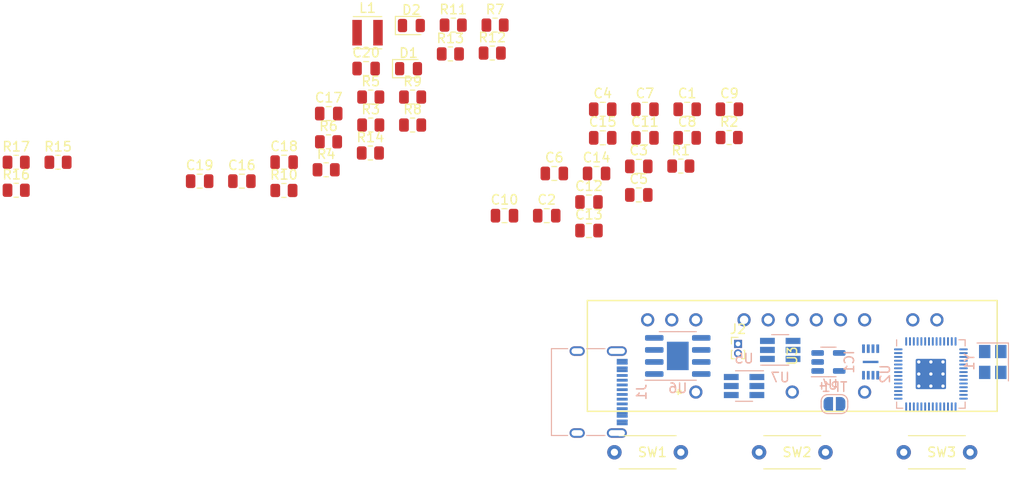
<source format=kicad_pcb>
(kicad_pcb (version 20211014) (generator pcbnew)
  (layers (0 "F.Cu" signal) (1 "In1.Cu" power) (2 "In2.Cu" power) (31 "B.Cu" signal) (34 "B.Paste" user) (35 "F.Paste" user) (36 "B.SilkS" user "B.Silkscreen") (37 "F.SilkS" user "F.Silkscreen") (38 "B.Mask" user) (39 "F.Mask" user) (44 "Edge.Cuts" user))
  (net 0 "")
  (net 1 "Earth")
  (net 2 "Net-(C1-Pad2)")
  (net 3 "+3V3")
  (net 4 "Net-(C14-Pad1)")
  (net 5 "Net-(C15-Pad1)")
  (net 6 "Net-(R1-Pad1)")
  (net 7 "Net-(R2-Pad1)")
  (net 35 "BAT+")
  (net 36 "Net-(C16-Pad2)")
  (net 37 "Net-(C18-Pad1)")
  (net 38 "BAT-")
  (net 39 "VBUS")
  (net 40 "Net-(D1-Pad1)")
  (net 41 "Net-(D2-Pad1)")
  (net 42 "Net-(J1-PadA5)")
  (net 43 "D+")
  (net 44 "D-")
  (net 46 "Net-(J1-PadB5)")
  (net 49 "Net-(L1-Pad1)")
  (net 50 "Net-(U2-Pad47)")
  (net 51 "Net-(U2-Pad46)")
  (net 52 "Net-(R7-Pad2)")
  (net 53 "Net-(R10-Pad2)")
  (net 54 "Net-(R11-Pad1)")
  (net 55 "Net-(R12-Pad2)")
  (net 56 "Net-(R13-Pad2)")
  (net 57 "/OC")
  (net 58 "/G2")
  (net 59 "DISP_EN")
  (net 60 "DISP_CLOCK")
  (net 61 "DISP_RS")
  (net 62 "DISP_DATA")
  (net 63 "DISP_RESET")
  (net 64 "/G1")
  (net 68 "Net-(U2-Pad7)")
  (net 69 "Net-(U2-Pad8)")
  (net 70 "Net-(U2-Pad9)")
  (net 71 "Net-(U2-Pad51)")
  (net 72 "Net-(U2-Pad52)")
  (net 73 "Net-(U2-Pad53)")
  (net 74 "Net-(U2-Pad54)")
  (net 75 "Net-(U2-Pad55)")
  (footprint "Capacitor_SMD:C_0805_2012Metric" (layer "F.Cu") (at -24.715 -17.945)
    (fp_text reference "C17" (at 0 -1.68) (layer "F.SilkS"))
    (fp_text value "10uf")
    (fp_line (start -0.261252 0.735) (end 0.261252 0.735) (layer "F.SilkS") (width 0.12))
    (fp_line (start -0.261252 -0.735) (end 0.261252 -0.735) (layer "F.SilkS") (width 0.12))
    (pad "1" smd roundrect (at -0.95 0) (size 1 1.45) (layers "F.Cu" "F.Paste" "F.Mask") (net 3 "+3V3"))
    (pad "2" smd roundrect (at 0.95 0) (size 1 1.45) (layers "F.Cu" "F.Paste" "F.Mask") (net 1 "Earth"))
  )
  (footprint "Resistor_SMD:R_0805_2012Metric" (layer "F.Cu") (at -7.485 -24.325)
    (fp_text reference "R12" (at 0 -1.65) (layer "F.SilkS"))
    (fp_text value "1k")
    (fp_line (start -0.227064 0.735) (end 0.227064 0.735) (layer "F.SilkS") (width 0.12))
    (fp_line (start -0.227064 -0.735) (end 0.227064 -0.735) (layer "F.SilkS") (width 0.12))
    (pad "1" smd roundrect (at -0.9125 0) (size 1.025 1.4) (layers "F.Cu" "F.Paste" "F.Mask") (roundrect_rratio 0.243902) (net 41 "Net-(D2-Pad1)"))
    (pad "2" smd roundrect (at 0.9125 0) (size 1.025 1.4) (layers "F.Cu" "F.Paste" "F.Mask") (roundrect_rratio 0.243902) (net 55 "Net-(R12-Pad2)"))
  )
  (footprint "Connector_PinHeader_1.00mm:PinHeader_1x02_P1.00mm_Vertical" (layer "F.Cu") (at 18.415 6.35)
    (fp_text reference "J2" (at 0 -1.56) (layer "F.SilkS"))
    (fp_text value "Conn_01x02_Female")
    (fp_line (start -0.695 0) (end -0.695 -0.685) (layer "F.SilkS") (width 0.12))
    (fp_line (start -0.695 -0.685) (end 0 -0.685) (layer "F.SilkS") (width 0.12))
    (fp_line (start -0.695 0.685) (end -0.608276 0.685) (layer "F.SilkS") (width 0.12))
    (fp_line (start 0.394493 1.56) (end 0.695 1.56) (layer "F.SilkS") (width 0.12))
    (fp_line (start -0.695 1.56) (end -0.394493 1.56) (layer "F.SilkS") (width 0.12))
    (fp_line (start -0.695 0.685) (end -0.695 1.56) (layer "F.SilkS") (width 0.12))
    (fp_line (start 0.608276 0.685) (end 0.695 0.685) (layer "F.SilkS") (width 0.12))
    (fp_line (start 0.695 0.685) (end 0.695 1.56) (layer "F.SilkS") (width 0.12))
    (pad "1" thru_hole rect (at 0 0) (size 0.85 0.85) (drill 0.5) (layers *.Cu *.Mask) (net 35 "BAT+"))
    (pad "2" thru_hole oval (at 0 1) (size 0.85 0.85) (drill 0.5) (layers *.Cu *.Mask) (net 38 "BAT-"))
  )
  (footprint "Inductor_SMD:L_Neosid_SMS-ME3015" (layer "F.Cu") (at -20.625 -26.475)
    (fp_text reference "L1" (at 0 -2.6) (layer "F.SilkS"))
    (fp_text value "47uh")
    (fp_line (start 1.5 -1.7) (end -1.5 -1.7) (layer "F.SilkS") (width 0.12))
    (fp_line (start 1.5 1.7) (end -1.5 1.7) (layer "F.SilkS") (width 0.12))
    (pad "1" smd rect (at -1.1 0) (size 1 2.7) (layers "F.Cu" "F.Paste" "F.Mask") (net 49 "Net-(L1-Pad1)"))
    (pad "2" smd rect (at 1.1 0) (size 1 2.7) (layers "F.Cu" "F.Paste" "F.Mask") (net 3 "+3V3"))
  )
  (footprint "Capacitor_SMD:C_0805_2012Metric" (layer "F.Cu") (at -20.775 -22.695)
    (fp_text reference "C20" (at 0 -1.68) (layer "F.SilkS"))
    (fp_text value "0.1uF")
    (fp_line (start -0.261252 0.735) (end 0.261252 0.735) (layer "F.SilkS") (width 0.12))
    (fp_line (start -0.261252 -0.735) (end 0.261252 -0.735) (layer "F.SilkS") (width 0.12))
    (pad "1" smd roundrect (at -0.95 0) (size 1 1.45) (layers "F.Cu" "F.Paste" "F.Mask") (net 39 "VBUS"))
    (pad "2" smd roundrect (at 0.95 0) (size 1 1.45) (layers "F.Cu" "F.Paste" "F.Mask") (net 1 "Earth"))
  )
  (footprint "Button_Switch_THT:6MM_slim_pushbutton" (layer "F.Cu") (at 24.13 17.78)
    (fp_text reference "SW2" (at 0.5 0 unlocked) (layer "F.SilkS"))
    (fp_text value "SW_Push")
    (fp_line (start -3 -1.75) (end 3 -1.75) (layer "F.SilkS") (width 0.12))
    (fp_line (start -3 1.75) (end 3 1.75) (layer "F.SilkS") (width 0.12))
    (pad "1" thru_hole circle (at -3.5 0) (size 1.524 1.524) (drill 0.762) (layers *.Cu *.Mask) (net 69 "Net-(U2-Pad8)"))
    (pad "2" thru_hole circle (at 3.5 0) (size 1.524 1.524) (drill 0.762) (layers *.Cu *.Mask) (net 3 "+3V3"))
  )
  (footprint "Capacitor_SMD:C_0805_2012Metric" (layer "F.Cu") (at 8.607 -18.395)
    (fp_text reference "C7" (at 0 -1.68) (layer "F.SilkS"))
    (fp_text value "0.1u")
    (fp_line (start -0.261252 -0.735) (end 0.261252 -0.735) (layer "F.SilkS") (width 0.12))
    (fp_line (start -0.261252 0.735) (end 0.261252 0.735) (layer "F.SilkS") (width 0.12))
    (pad "1" smd roundrect (at -0.95 0) (size 1 1.45) (layers "F.Cu" "F.Paste" "F.Mask") (net 1 "Earth"))
    (pad "2" smd roundrect (at 0.95 0) (size 1 1.45) (layers "F.Cu" "F.Paste" "F.Mask") (net 3 "+3V3"))
  )
  (footprint "Resistor_SMD:R_0805_2012Metric" (layer "F.Cu") (at -20.325 -13.785)
    (fp_text reference "R14" (at 0 -1.65) (layer "F.SilkS"))
    (fp_text value "0R")
    (fp_line (start -0.227064 0.735) (end 0.227064 0.735) (layer "F.SilkS") (width 0.12))
    (fp_line (start -0.227064 -0.735) (end 0.227064 -0.735) (layer "F.SilkS") (width 0.12))
    (pad "1" smd roundrect (at -0.9125 0) (size 1.025 1.4) (layers "F.Cu" "F.Paste" "F.Mask") (roundrect_rratio 0.243902) (net 57 "/OC"))
    (pad "2" smd roundrect (at 0.9125 0) (size 1.025 1.4) (layers "F.Cu" "F.Paste" "F.Mask") (roundrect_rratio 0.243902) (net 58 "/G2"))
  )
  (footprint "Capacitor_SMD:C_0805_2012Metric" (layer "F.Cu") (at 13.057 -15.385)
    (fp_text reference "C8" (at 0 -1.68) (layer "F.SilkS"))
    (fp_text value "0.1u")
    (fp_line (start -0.261252 0.735) (end 0.261252 0.735) (layer "F.SilkS") (width 0.12))
    (fp_line (start -0.261252 -0.735) (end 0.261252 -0.735) (layer "F.SilkS") (width 0.12))
    (pad "1" smd roundrect (at -0.95 0) (size 1 1.45) (layers "F.Cu" "F.Paste" "F.Mask") (net 1 "Earth"))
    (pad "2" smd roundrect (at 0.95 0) (size 1 1.45) (layers "F.Cu" "F.Paste" "F.Mask") (net 3 "+3V3"))
  )
  (footprint "Resistor_SMD:R_0805_2012Metric" (layer "F.Cu") (at 12.387 -12.405)
    (fp_text reference "R1" (at 0 -1.65) (layer "F.SilkS"))
    (fp_text value "10k")
    (fp_line (start -0.227064 -0.735) (end 0.227064 -0.735) (layer "F.SilkS") (width 0.12))
    (fp_line (start -0.227064 0.735) (end 0.227064 0.735) (layer "F.SilkS") (width 0.12))
    (pad "1" smd roundrect (at -0.9125 0) (size 1.025 1.4) (layers "F.Cu" "F.Paste" "F.Mask") (roundrect_rratio 0.243902) (net 6 "Net-(R1-Pad1)"))
    (pad "2" smd roundrect (at 0.9125 0) (size 1.025 1.4) (layers "F.Cu" "F.Paste" "F.Mask") (roundrect_rratio 0.243902) (net 3 "+3V3"))
  )
  (footprint "Capacitor_SMD:C_0805_2012Metric" (layer "F.Cu") (at 4.157 -18.395)
    (fp_text reference "C4" (at 0 -1.68) (layer "F.SilkS"))
    (fp_text value "2.2u")
    (fp_line (start -0.261252 0.735) (end 0.261252 0.735) (layer "F.SilkS") (width 0.12))
    (fp_line (start -0.261252 -0.735) (end 0.261252 -0.735) (layer "F.SilkS") (width 0.12))
    (pad "1" smd roundrect (at -0.95 0) (size 1 1.45) (layers "F.Cu" "F.Paste" "F.Mask") (net 1 "Earth"))
    (pad "2" smd roundrect (at 0.95 0) (size 1 1.45) (layers "F.Cu" "F.Paste" "F.Mask") (net 3 "+3V3"))
  )
  (footprint "Capacitor_SMD:C_0805_2012Metric" (layer "F.Cu") (at 2.707 -8.615)
    (fp_text reference "C12" (at 0 -1.68) (layer "F.SilkS"))
    (fp_text value "2.2u")
    (fp_line (start -0.261252 0.735) (end 0.261252 0.735) (layer "F.SilkS") (width 0.12))
    (fp_line (start -0.261252 -0.735) (end 0.261252 -0.735) (layer "F.SilkS") (width 0.12))
    (pad "1" smd roundrect (at -0.95 0) (size 1 1.45) (layers "F.Cu" "F.Paste" "F.Mask") (net 1 "Earth"))
    (pad "2" smd roundrect (at 0.95 0) (size 1 1.45) (layers "F.Cu" "F.Paste" "F.Mask") (net 3 "+3V3"))
  )
  (footprint "Package_DIP:DIP26_HCMS-290X-E_BRA" (layer "F.Cu") (at 13.97 11.43 90)
    (fp_text reference "U3" (at 3.81 10.16 90 unlocked) (layer "F.SilkS"))
    (fp_text value "HCMS-2975")
    (fp_text user "*" (at 0 -1.4605 90 unlocked) (layer "F.SilkS"))
    (fp_text user "*" (at 0 -1.4605 90) (layer "F.SilkS"))
    (fp_line (start -2.032 31.75) (end 9.652 31.75) (layer "F.SilkS") (width 0.1524))
    (fp_line (start 9.652 -11.43) (end -2.032 -11.43) (layer "F.SilkS") (width 0.1524))
    (fp_line (start -2.032 -11.43) (end -2.032 31.75) (layer "F.SilkS") (width 0.1524))
    (fp_line (start 9.652 31.75) (end 9.652 -11.43) (layer "F.SilkS") (width 0.1524))
    (pad "3" thru_hole circle (at 0 0 90) (size 1.397 1.397) (drill 0.889) (layers *.Cu *.Mask) (net 3 "+3V3"))
    (pad "7" thru_hole circle (at 0 10.16 90) (size 1.397 1.397) (drill 0.889) (layers *.Cu *.Mask) (net 1 "Earth"))
    (pad "10" thru_hole circle (at 0 17.78 90) (size 1.397 1.397) (drill 0.889) (layers *.Cu *.Mask) (net 3 "+3V3"))
    (pad "14" thru_hole circle (at 7.62 25.4 90) (size 1.397 1.397) (drill 0.889) (layers *.Cu *.Mask) (net 62 "DISP_DATA"))
    (pad "15" thru_hole circle (at 7.62 22.86 90) (size 1.397 1.397) (drill 0.889) (layers *.Cu *.Mask) (net 61 "DISP_RS"))
    (pad "17" thru_hole circle (at 7.62 17.78 90) (size 1.397 1.397) (drill 0.889) (layers *.Cu *.Mask) (net 60 "DISP_CLOCK"))
    (pad "18" thru_hole circle (at 7.62 15.24 90) (size 1.397 1.397) (drill 0.889) (layers *.Cu *.Mask) (net 59 "DISP_EN"))
    (pad "19" thru_hole circle (at 7.62 12.7 90) (size 1.397 1.397) (drill 0.889) (layers *.Cu *.Mask) (net 1 "Earth"))
    (pad "20" thru_hole circle (at 7.62 10.16 90) (size 1.397 1.397) (drill 0.889) (layers *.Cu *.Mask) (net 1 "Earth"))
    (pad "21" thru_hole circle (at 7.62 7.62 90) (size 1.397 1.397) (drill 0.889) (layers *.Cu *.Mask) (net 3 "+3V3"))
    (pad "22" thru_hole circle (at 7.62 5.08 90) (size 1.397 1.397) (drill 0.889) (layers *.Cu *.Mask) (net 3 "+3V3"))
    (pad "24" thru_hole circle (at 7.62 0 90) (size 1.397 1.397) (drill 0.889) (layers *.Cu *.Mask) (net 63 "DISP_RESET"))
    (pad "25" thru_hole circle (at 7.62 -2.54 90) (size 1.397 1.397) (drill 0.889) (layers *.Cu *.Mask))
    (pad "26" thru_hole circle (at 7.62 -5.08 90) (size 1.397 1.397) (drill 0.889) (layers *.Cu *.Mask))
  )
  (footprint "LED_SMD:LED_0805_2012Metric" (layer "F.Cu") (at -16.005 -27.23)
    (fp_text reference "D2" (at 0 -1.65) (layer "F.SilkS"))
    (fp_text value "GREEN")
    (fp_line (start -1.685 0.96) (end 1 0.96) (layer "F.SilkS") (width 0.12))
    (fp_line (start 1 -0.96) (end -1.685 -0.96) (layer "F.SilkS") (width 0.12))
    (fp_line (start -1.685 -0.96) (end -1.685 0.96) (layer "F.SilkS") (width 0.12))
    (pad "1" smd roundrect (at -0.9375 0) (size 0.975 1.4) (layers "F.Cu" "F.Paste" "F.Mask") (net 41 "Net-(D2-Pad1)"))
    (pad "2" smd roundrect (at 0.9375 0) (size 0.975 1.4) (layers "F.Cu" "F.Paste" "F.Mask") (net 39 "VBUS"))
  )
  (footprint "Resistor_SMD:R_0805_2012Metric" (layer "F.Cu") (at -24.985 -12.015)
    (fp_text reference "R4" (at 0 -1.65) (layer "F.SilkS"))
    (fp_text value "22R")
    (fp_line (start -0.227064 -0.735) (end 0.227064 -0.735) (layer "F.SilkS") (width 0.12))
    (fp_line (start -0.227064 0.735) (end 0.227064 0.735) (layer "F.SilkS") (width 0.12))
    (pad "1" smd roundrect (at -0.9125 0) (size 1.025 1.4) (layers "F.Cu" "F.Paste" "F.Mask") (roundrect_rratio 0.243902) (net 51 "Net-(U2-Pad46)"))
    (pad "2" smd roundrect (at 0.9125 0) (size 1.025 1.4) (layers "F.Cu" "F.Paste" "F.Mask") (roundrect_rratio 0.243902) (net 44 "D-"))
  )
  (footprint "Resistor_SMD:R_0805_2012Metric" (layer "F.Cu") (at -57.647 -9.857)
    (fp_text reference "R16" (at 0 -1.65) (layer "F.SilkS"))
    (fp_text value "5K1")
    (fp_line (start -0.227064 0.735) (end 0.227064 0.735) (layer "F.SilkS") (width 0.12))
    (fp_line (start -0.227064 -0.735) (end 0.227064 -0.735) (layer "F.SilkS") (width 0.12))
    (pad "1" smd roundrect (at -0.9125 0) (size 1.025 1.4) (layers "F.Cu" "F.Paste" "F.Mask") (roundrect_rratio 0.243902) (net 1 "Earth"))
    (pad "2" smd roundrect (at 0.9125 0) (size 1.025 1.4) (layers "F.Cu" "F.Paste" "F.Mask") (roundrect_rratio 0.243902) (net 69 "Net-(U2-Pad8)"))
  )
  (footprint "Capacitor_SMD:C_0805_2012Metric" (layer "F.Cu") (at 7.957 -9.365)
    (fp_text reference "C5" (at 0 -1.68) (layer "F.SilkS"))
    (fp_text value "0.1u")
    (fp_line (start -0.261252 -0.735) (end 0.261252 -0.735) (layer "F.SilkS") (width 0.12))
    (fp_line (start -0.261252 0.735) (end 0.261252 0.735) (layer "F.SilkS") (width 0.12))
    (pad "1" smd roundrect (at -0.95 0) (size 1 1.45) (layers "F.Cu" "F.Paste" "F.Mask") (net 1 "Earth"))
    (pad "2" smd roundrect (at 0.95 0) (size 1 1.45) (layers "F.Cu" "F.Paste" "F.Mask") (net 3 "+3V3"))
  )
  (footprint "Resistor_SMD:R_0805_2012Metric" (layer "F.Cu") (at -53.237 -12.807)
    (fp_text reference "R15" (at 0 -1.65) (layer "F.SilkS"))
    (fp_text value "5K1")
    (fp_line (start -0.227064 0.735) (end 0.227064 0.735) (layer "F.SilkS") (width 0.12))
    (fp_line (start -0.227064 -0.735) (end 0.227064 -0.735) (layer "F.SilkS") (width 0.12))
    (pad "1" smd roundrect (at -0.9125 0) (size 1.025 1.4) (layers "F.Cu" "F.Paste" "F.Mask") (roundrect_rratio 0.243902) (net 1 "Earth"))
    (pad "2" smd roundrect (at 0.9125 0) (size 1.025 1.4) (layers "F.Cu" "F.Paste" "F.Mask") (roundrect_rratio 0.243902) (net 68 "Net-(U2-Pad7)"))
  )
  (footprint "Resistor_SMD:R_0805_2012Metric" (layer "F.Cu") (at -15.875 -19.685)
    (fp_text reference "R9" (at 0 -1.65) (layer "F.SilkS"))
    (fp_text value "10k")
    (fp_line (start -0.227064 0.735) (end 0.227064 0.735) (layer "F.SilkS") (width 0.12))
    (fp_line (start -0.227064 -0.735) (end 0.227064 -0.735) (layer "F.SilkS") (width 0.12))
    (pad "1" smd roundrect (at -0.9125 0) (size 1.025 1.4) (layers "F.Cu" "F.Paste" "F.Mask") (roundrect_rratio 0.243902) (net 1 "Earth"))
    (pad "2" smd roundrect (at 0.9125 0) (size 1.025 1.4) (layers "F.Cu" "F.Paste" "F.Mask") (roundrect_rratio 0.243902) (net 52 "Net-(R7-Pad2)"))
  )
  (footprint "Capacitor_SMD:C_0805_2012Metric" (layer "F.Cu") (at -33.865 -10.815)
    (fp_text reference "C16" (at 0 -1.68) (layer "F.SilkS"))
    (fp_text value "10uf")
    (fp_line (start -0.261252 -0.735) (end 0.261252 -0.735) (layer "F.SilkS") (width 0.12))
    (fp_line (start -0.261252 0.735) (end 0.261252 0.735) (layer "F.SilkS") (width 0.12))
    (pad "1" smd roundrect (at -0.95 0) (size 1 1.45) (layers "F.Cu" "F.Paste" "F.Mask") (net 35 "BAT+"))
    (pad "2" smd roundrect (at 0.95 0) (size 1 1.45) (layers "F.Cu" "F.Paste" "F.Mask") (net 36 "Net-(C16-Pad2)"))
  )
  (footprint "Resistor_SMD:R_0805_2012Metric" (layer "F.Cu") (at -24.735 -14.965)
    (fp_text reference "R6" (at 0 -1.65) (layer "F.SilkS"))
    (fp_text value "5K1")
    (fp_line (start -0.227064 -0.735) (end 0.227064 -0.735) (layer "F.SilkS") (width 0.12))
    (fp_line (start -0.227064 0.735) (end 0.227064 0.735) (layer "F.SilkS") (width 0.12))
    (pad "1" smd roundrect (at -0.9125 0) (size 1.025 1.4) (layers "F.Cu" "F.Paste" "F.Mask") (roundrect_rratio 0.243902) (net 46 "Net-(J1-PadB5)"))
    (pad "2" smd roundrect (at 0.9125 0) (size 1.025 1.4) (layers "F.Cu" "F.Paste" "F.Mask") (roundrect_rratio 0.243902) (net 1 "Earth"))
  )
  (footprint "Capacitor_SMD:C_0805_2012Metric" (layer "F.Cu") (at 17.507 -18.395)
    (fp_text reference "C9" (at 0 -1.68) (layer "F.SilkS"))
    (fp_text value "0.1u")
    (fp_line (start -0.261252 0.735) (end 0.261252 0.735) (layer "F.SilkS") (width 0.12))
    (fp_line (start -0.261252 -0.735) (end 0.261252 -0.735) (layer "F.SilkS") (width 0.12))
    (pad "1" smd roundrect (at -0.95 0) (size 1 1.45) (layers "F.Cu" "F.Paste" "F.Mask") (net 1 "Earth"))
    (pad "2" smd roundrect (at 0.95 0) (size 1 1.45) (layers "F.Cu" "F.Paste" "F.Mask") (net 3 "+3V3"))
  )
  (footprint "Capacitor_SMD:C_0805_2012Metric" (layer "F.Cu") (at -0.943 -11.625)
    (fp_text reference "C6" (at 0 -1.68) (layer "F.SilkS"))
    (fp_text value "0.1u")
    (fp_line (start -0.261252 0.735) (end 0.261252 0.735) (layer "F.SilkS") (width 0.12))
    (fp_line (start -0.261252 -0.735) (end 0.261252 -0.735) (layer "F.SilkS") (width 0.12))
    (pad "1" smd roundrect (at -0.95 0) (size 1 1.45) (layers "F.Cu" "F.Paste" "F.Mask") (net 1 "Earth"))
    (pad "2" smd roundrect (at 0.95 0) (size 1 1.45) (layers "F.Cu" "F.Paste" "F.Mask") (net 3 "+3V3"))
  )
  (footprint "Capacitor_SMD:C_0805_2012Metric" (layer "F.Cu") (at 3.507 -11.625)
    (fp_text reference "C14" (at 0 -1.68) (layer "F.SilkS"))
    (fp_text value "15p")
    (fp_line (start -0.261252 0.735) (end 0.261252 0.735) (layer "F.SilkS") (width 0.12))
    (fp_line (start -0.261252 -0.735) (end 0.261252 -0.735) (layer "F.SilkS") (width 0.12))
    (pad "1" smd roundrect (at -0.95 0) (size 1 1.45) (layers "F.Cu" "F.Paste" "F.Mask") (net 4 "Net-(C14-Pad1)"))
    (pad "2" smd roundrect (at 0.95 0) (size 1 1.45) (layers "F.Cu" "F.Paste" "F.Mask") (net 1 "Earth"))
  )
  (footprint "Capacitor_SMD:C_0805_2012Metric" (layer "F.Cu") (at -6.193 -7.175)
    (fp_text reference "C10" (at 0 -1.68) (layer "F.SilkS"))
    (fp_text value "0.1u")
    (fp_line (start -0.261252 -0.735) (end 0.261252 -0.735) (layer "F.SilkS") (width 0.12))
    (fp_line (start -0.261252 0.735) (end 0.261252 0.735) (layer "F.SilkS") (width 0.12))
    (pad "1" smd roundrect (at -0.95 0) (size 1 1.45) (layers "F.Cu" "F.Paste" "F.Mask") (net 1 "Earth"))
    (pad "2" smd roundrect (at 0.95 0) (size 1 1.45) (layers "F.Cu" "F.Paste" "F.Mask") (net 3 "+3V3"))
  )
  (footprint "Capacitor_SMD:C_0805_2012Metric" (layer "F.Cu") (at 7.957 -12.375)
    (fp_text reference "C3" (at 0 -1.68) (layer "F.SilkS"))
    (fp_text value "2.2u")
    (fp_line (start -0.261252 -0.735) (end 0.261252 -0.735) (layer "F.SilkS") (width 0.12))
    (fp_line (start -0.261252 0.735) (end 0.261252 0.735) (layer "F.SilkS") (width 0.12))
    (pad "1" smd roundrect (at -0.95 0) (size 1 1.45) (layers "F.Cu" "F.Paste" "F.Mask") (net 1 "Earth"))
    (pad "2" smd roundrect (at 0.95 0) (size 1 1.45) (layers "F.Cu" "F.Paste" "F.Mask") (net 2 "Net-(C1-Pad2)"))
  )
  (footprint "Resistor_SMD:R_0805_2012Metric" (layer "F.Cu") (at -57.647 -12.807)
    (fp_text reference "R17" (at 0 -1.65) (layer "F.SilkS"))
    (fp_text value "5K1")
    (fp_line (start -0.227064 0.735) (end 0.227064 0.735) (layer "F.SilkS") (width 0.12))
    (fp_line (start -0.227064 -0.735) (end 0.227064 -0.735) (layer "F.SilkS") (width 0.12))
    (pad "1" smd roundrect (at -0.9125 0) (size 1.025 1.4) (layers "F.Cu" "F.Paste" "F.Mask") (roundrect_rratio 0.243902) (net 1 "Earth"))
    (pad "2" smd roundrect (at 0.9125 0) (size 1.025 1.4) (layers "F.Cu" "F.Paste" "F.Mask") (roundrect_rratio 0.243902) (net 70 "Net-(U2-Pad9)"))
  )
  (footprint "Resistor_SMD:R_0805_2012Metric" (layer "F.Cu") (at -11.895 -24.235)
    (fp_text reference "R13" (at 0 -1.65) (layer "F.SilkS"))
    (fp_text value "1k")
    (fp_line (start -0.227064 0.735) (end 0.227064 0.735) (layer "F.SilkS") (width 0.12))
    (fp_line (start -0.227064 -0.735) (end 0.227064 -0.735) (layer "F.SilkS") (width 0.12))
    (pad "1" smd roundrect (at -0.9125 0) (size 1.025 1.4) (layers "F.Cu" "F.Paste" "F.Mask") (roundrect_rratio 0.243902) (net 1 "Earth"))
    (pad "2" smd roundrect (at 0.9125 0) (size 1.025 1.4) (layers "F.Cu" "F.Paste" "F.Mask") (roundrect_rratio 0.243902) (net 56 "Net-(R13-Pad2)"))
  )
  (footprint "Capacitor_SMD:C_0805_2012Metric" (layer "F.Cu") (at 8.607 -15.385)
    (fp_text reference "C11" (at 0 -1.68) (layer "F.SilkS"))
    (fp_text value "0.1u")
    (fp_line (start -0.261252 0.735) (end 0.261252 0.735) (layer "F.SilkS") (width 0.12))
    (fp_line (start -0.261252 -0.735) (end 0.261252 -0.735) (layer "F.SilkS") (width 0.12))
    (pad "1" smd roundrect (at -0.95 0) (size 1 1.45) (layers "F.Cu" "F.Paste" "F.Mask") (net 1 "Earth"))
    (pad "2" smd roundrect (at 0.95 0) (size 1 1.45) (layers "F.Cu" "F.Paste" "F.Mask") (net 3 "+3V3"))
  )
  (footprint "Capacitor_SMD:C_0805_2012Metric" (layer "F.Cu") (at 2.707 -5.605)
    (fp_text reference "C13" (at 0 -1.68) (layer "F.SilkS"))
    (fp_text value "0.1u")
    (fp_line (start -0.261252 -0.735) (end 0.261252 -0.735) (layer "F.SilkS") (width 0.12))
    (fp_line (start -0.261252 0.735) (end 0.261252 0.735) (layer "F.SilkS") (width 0.12))
    (pad "1" smd roundrect (at -0.95 0) (size 1 1.45) (layers "F.Cu" "F.Paste" "F.Mask") (net 1 "Earth"))
    (pad "2" smd roundrect (at 0.95 0) (size 1 1.45) (layers "F.Cu" "F.Paste" "F.Mask") (net 3 "+3V3"))
  )
  (footprint "Capacitor_SMD:C_0805_2012Metric" (layer "F.Cu") (at 4.157 -15.385)
    (fp_text reference "C15" (at 0 -1.68) (layer "F.SilkS"))
    (fp_text value "15p")
    (fp_line (start -0.261252 -0.735) (end 0.261252 -0.735) (layer "F.SilkS") (width 0.12))
    (fp_line (start -0.261252 0.735) (end 0.261252 0.735) (layer "F.SilkS") (width 0.12))
    (pad "1" smd roundrect (at -0.95 0) (size 1 1.45) (layers "F.Cu" "F.Paste" "F.Mask") (net 5 "Net-(C15-Pad1)"))
    (pad "2" smd roundrect (at 0.95 0) (size 1 1.45) (layers "F.Cu" "F.Paste" "F.Mask") (net 1 "Earth"))
  )
  (footprint "Resistor_SMD:R_0805_2012Metric" (layer "F.Cu") (at -20.285 -16.735)
    (fp_text reference "R3" (at 0 -1.65) (layer "F.SilkS"))
    (fp_text value "22R")
    (fp_line (start -0.227064 0.735) (end 0.227064 0.735) (layer "F.SilkS") (width 0.12))
    (fp_line (start -0.227064 -0.735) (end 0.227064 -0.735) (layer "F.SilkS") (width 0.12))
    (pad "1" smd roundrect (at -0.9125 0) (size 1.025 1.4) (layers "F.Cu" "F.Paste" "F.Mask") (roundrect_rratio 0.243902) (net 50 "Net-(U2-Pad47)"))
    (pad "2" smd roundrect (at 0.9125 0) (size 1.025 1.4) (layers "F.Cu" "F.Paste" "F.Mask") (roundrect_rratio 0.243902) (net 43 "D+"))
  )
  (footprint "Button_Switch_THT:6MM_slim_pushbutton" (layer "F.Cu") (at 39.37 17.78)
    (fp_text reference "SW3" (at 0.5 0 unlocked) (layer "F.SilkS"))
    (fp_text value "SW_Push")
    (fp_line (start -3 1.75) (end 3 1.75) (layer "F.SilkS") (width 0.12))
    (fp_line (start -3 -1.75) (end 3 -1.75) (layer "F.SilkS") (width 0.12))
    (pad "1" thru_hole circle (at -3.5 0) (size 1.524 1.524) (drill 0.762) (layers *.Cu *.Mask) (net 70 "Net-(U2-Pad9)"))
    (pad "2" thru_hole circle (at 3.5 0) (size 1.524 1.524) (drill 0.762) (layers *.Cu *.Mask) (net 3 "+3V3"))
  )
  (footprint "Resistor_SMD:R_0805_2012Metric" (layer "F.Cu") (at -7.185 -27.275)
    (fp_text reference "R7" (at 0 -1.65) (layer "F.SilkS"))
    (fp_text value "47k")
    (fp_line (start -0.227064 0.735) (end 0.227064 0.735) (layer "F.SilkS") (width 0.12))
    (fp_line (start -0.227064 -0.735) (end 0.227064 -0.735) (layer "F.SilkS") (width 0.12))
    (pad "1" smd roundrect (at -0.9125 0) (size 1.025 1.4) (layers "F.Cu" "F.Paste" "F.Mask") (roundrect_rratio 0.243902) (net 3 "+3V3"))
    (pad "2" smd roundrect (at 0.9125 0) (size 1.025 1.4) (layers "F.Cu" "F.Paste" "F.Mask") (roundrect_rratio 0.243902) (net 52 "Net-(R7-Pad2)"))
  )
  (footprint "Resistor_SMD:R_0805_2012Metric" (layer "F.Cu") (at -11.595 -27.275)
    (fp_text reference "R11" (at 0 -1.65) (layer "F.SilkS"))
    (fp_text value "5K1")
    (fp_line (start -0.227064 -0.735) (end 0.227064 -0.735) (layer "F.SilkS") (width 0.12))
    (fp_line (start -0.227064 0.735) (end 0.227064 0.735) (layer "F.SilkS") (width 0.12))
    (pad "1" smd roundrect (at -0.9125 0) (size 1.025 1.4) (layers "F.Cu" "F.Paste" "F.Mask") (roundrect_rratio 0.243902) (net 54 "Net-(R11-Pad1)"))
    (pad "2" smd roundrect (at 0.9125 0) (size 1.025 1.4) (layers "F.Cu" "F.Paste" "F.Mask") (roundrect_rratio 0.243902) (net 1 "Earth"))
  )
  (footprint "Resistor_SMD:R_0805_2012Metric" (layer "F.Cu") (at -15.875 -16.735)
    (fp_text reference "R8" (at 0 -1.65) (layer "F.SilkS"))
    (fp_text value "100")
    (fp_line (start -0.227064 -0.735) (end 0.227064 -0.735) (layer "F.SilkS") (width 0.12))
    (fp_line (start -0.227064 0.735) (end 0.227064 0.735) (layer "F.SilkS") (width 0.12))
    (pad "1" smd roundrect (at -0.9125 0) (size 1.025 1.4) (layers "F.Cu" "F.Paste" "F.Mask") (roundrect_rratio 0.243902) (net 35 "BAT+"))
    (pad "2" smd roundrect (at 0.9125 0) (size 1.025 1.4) (layers "F.Cu" "F.Paste" "F.Mask") (roundrect_rratio 0.243902) (net 37 "Net-(C18-Pad1)"))
  )
  (footprint "Capacitor_SMD:C_0805_2012Metric" (layer "F.Cu") (at -38.315 -10.815)
    (fp_text reference "C19" (at 0 -1.68) (layer "F.SilkS"))
    (fp_text value "10uF")
    (fp_line (start -0.261252 -0.735) (end 0.261252 -0.735) (layer "F.SilkS") (width 0.12))
    (fp_line (start -0.261252 0.735) (end 0.261252 0.735) (layer "F.SilkS") (width 0.12))
    (pad "1" smd roundrect (at -0.95 0) (size 1 1.45) (layers "F.Cu" "F.Paste" "F.Mask") (net 35 "BAT+"))
    (pad "2" smd roundrect (at 0.95 0) (size 1 1.45) (layers "F.Cu" "F.Paste" "F.Mask") (net 1 "Earth"))
  )
  (footprint "Resistor_SMD:R_0805_2012Metric" (layer "F.Cu") (at 17.487 -15.415)
    (fp_text reference "R2" (at 0 -1.65) (layer "F.SilkS"))
    (fp_text value "1k")
    (fp_line (start -0.227064 -0.735) (end 0.227064 -0.735) (layer "F.SilkS") (width 0.12))
    (fp_line (start -0.227064 0.735) (end 0.227064 0.735) (layer "F.SilkS") (width 0.12))
    (pad "1" smd roundrect (at -0.9125 0) (size 1.025 1.4) (layers "F.Cu" "F.Paste" "F.Mask") (roundrect_rratio 0.243902) (net 7 "Net-(R2-Pad1)"))
    (pad "2" smd roundrect (at 0.9125 0) (size 1.025 1.4) (layers "F.Cu" "F.Paste" "F.Mask") (roundrect_rratio 0.243902) (net 5 "Net-(C15-Pad1)"))
  )
  (footprint "Capacitor_SMD:C_0805_2012Metric" (layer "F.Cu") (at -1.743 -7.175)
    (fp_text reference "C2" (at 0 -1.68) (layer "F.SilkS"))
    (fp_text value "0.1u")
    (fp_line (start -0.261252 0.735) (end 0.261252 0.735) (layer "F.SilkS") (width 0.12))
    (fp_line (start -0.261252 -0.735) (end 0.261252 -0.735) (layer "F.SilkS") (width 0.12))
    (pad "1" smd roundrect (at -0.95 0) (size 1 1.45) (layers "F.Cu" "F.Paste" "F.Mask") (net 1 "Earth"))
    (pad "2" smd roundrect (at 0.95 0) (size 1 1.45) (layers "F.Cu" "F.Paste" "F.Mask") (net 2 "Net-(C1-Pad2)"))
  )
  (footprint "Resistor_SMD:R_0805_2012Metric" (layer "F.Cu") (at -29.435 -9.835)
    (fp_text reference "R10" (at 0 -1.65) (layer "F.SilkS"))
    (fp_text value "1k")
    (fp_line (start -0.227064 0.735) (end 0.227064 0.735) (layer "F.SilkS") (width 0.12))
    (fp_line (start -0.227064 -0.735) (end 0.227064 -0.735) (layer "F.SilkS") (width 0.12))
    (pad "1" smd roundrect (at -0.9125 0) (size 1.025 1.4) (layers "F.Cu" "F.Paste" "F.Mask") (roundrect_rratio 0.243902) (net 40 "Net-(D1-Pad1)"))
    (pad "2" smd roundrect (at 0.9125 0) (size 1.025 1.4) (layers "F.Cu" "F.Paste" "F.Mask") (roundrect_rratio 0.243902) (net 53 "Net-(R10-Pad2)"))
  )
  (footprint "Resistor_SMD:R_0805_2012Metric" (layer "F.Cu") (at -20.285 -19.685)
    (fp_text reference "R5" (at 0 -1.65) (layer "F.SilkS"))
    (fp_text value "5K1")
    (fp_line (start -0.227064 0.735) (end 0.227064 0.735) (layer "F.SilkS") (width 0.12))
    (fp_line (start -0.227064 -0.735) (end 0.227064 -0.735) (layer "F.SilkS") (width 0.12))
    (pad "1" smd roundrect (at -0.9125 0) (size 1.025 1.4) (layers "F.Cu" "F.Paste" "F.Mask") (roundrect_rratio 0.243902) (net 42 "Net-(J1-PadA5)"))
    (pad "2" smd roundrect (at 0.9125 0) (size 1.025 1.4) (layers "F.Cu" "F.Paste" "F.Mask") (roundrect_rratio 0.243902) (net 1 "Earth"))
  )
  (footprint "Capacitor_SMD:C_0805_2012Metric" (layer "F.Cu") (at 13.057 -18.395)
    (fp_text reference "C1" (at 0 -1.68) (layer "F.SilkS"))
    (fp_text value "0.1u")
    (fp_line (start -0.261252 0.735) (end 0.261252 0.735) (layer "F.SilkS") (width 0.12))
    (fp_line (start -0.261252 -0.735) (end 0.261252 -0.735) (layer "F.SilkS") (width 0.12))
    (pad "1" smd roundrect (at -0.95 0) (size 1 1.45) (layers "F.Cu" "F.Paste" "F.Mask") (net 1 "Earth"))
    (pad "2" smd roundrect (at 0.95 0) (size 1 1.45) (layers "F.Cu" "F.Paste" "F.Mask") (net 2 "Net-(C1-Pad2)"))
  )
  (footprint "Button_Switch_THT:6MM_slim_pushbutton" (layer "F.Cu") (at 8.89 17.78)
    (fp_text reference "SW1" (at 0.5 0 unlocked) (layer "F.SilkS"))
    (fp_text value "SW_Push")
    (fp_line (start -3 1.75) (end 3 1.75) (layer "F.SilkS") (width 0.12))
    (fp_line (start -3 -1.75) (end 3 -1.75) (layer "F.SilkS") (width 0.12))
    (pad "1" thru_hole circle (at -3.5 0) (size 1.524 1.524) (drill 0.762) (layers *.Cu *.Mask) (net 68 "Net-(U2-Pad7)"))
    (pad "2" thru_hole circle (at 3.5 0) (size 1.524 1.524) (drill 0.762) (layers *.Cu *.Mask) (net 3 "+3V3"))
  )
  (footprint "Capacitor_SMD:C_0805_2012Metric" (layer "F.Cu") (at -29.415 -12.815)
    (fp_text reference "C18" (at 0 -1.68) (layer "F.SilkS"))
    (fp_text value "0.1uF")
    (fp_line (start -0.261252 -0.735) (end 0.261252 -0.735) (layer "F.SilkS") (width 0.12))
    (fp_line (start -0.261252 0.735) (end 0.261252 0.735) (layer "F.SilkS") (width 0.12))
    (pad "1" smd roundrect (at -0.95 0) (size 1 1.45) (layers "F.Cu" "F.Paste" "F.Mask") (net 37 "Net-(C18-Pad1)"))
    (pad "2" smd roundrect (at 0.95 0) (size 1 1.45) (layers "F.Cu" "F.Paste" "F.Mask") (net 38 "BAT-"))
  )
  (footprint "LED_SMD:LED_0805_2012Metric" (layer "F.Cu") (at -16.305 -22.68)
    (fp_text reference "D1" (at 0 -1.65) (layer "F.SilkS"))
    (fp_text value "RED")
    (fp_line (start -1.685 0.96) (end 1 0.96) (layer "F.SilkS") (width 0.12))
    (fp_line (start 1 -0.96) (end -1.685 -0.96) (layer "F.SilkS") (width 0.12))
    (fp_line (start -1.685 -0.96) (end -1.685 0.96) (layer "F.SilkS") (width 0.12))
    (pad "1" smd roundrect (at -0.9375 0) (size 0.975 1.4) (layers "F.Cu" "F.Paste" "F.Mask") (net 40 "Net-(D1-Pad1)"))
    (pad "2" smd roundrect (at 0.9375 0) (size 0.975 1.4) (layers "F.Cu" "F.Paste" "F.Mask") (net 39 "VBUS"))
  )
  (footprint "Package_TO_SOT_SMD:SOT-23-6_Handsoldering" (layer "B.Cu") (at 22.86 6.985)
    (fp_text reference "U7" (at 0 2.9) (layer "B.SilkS") (effects (justify mirror)))
    (fp_text value "FS8205A")
    (fp_line (start 0.9 1.61) (end -2.05 1.61) (layer "B.SilkS") (width 0.12))
    (fp_line (start -0.9 -1.61) (end 0.9 -1.61) (layer "B.SilkS") (width 0.12))
    (pad "1" smd rect (at -1.35 0.95) (size 1.56 0.65) (layers "B.Cu" "B.Paste" "B.Mask") (net 38 "BAT-"))
    (pad "2" smd rect (at -1.35 0) (size 1.56 0.65) (layers "B.Cu" "B.Paste" "B.Mask"))
    (pad "3" smd rect (at -1.35 -0.95) (size 1.56 0.65) (layers "B.Cu" "B.Paste" "B.Mask") (net 1 "Earth"))
    (pad "4" smd rect (at 1.35 -0.95) (size 1.56 0.65) (layers "B.Cu" "B.Paste" "B.Mask") (net 58 "/G2"))
    (pad "5" smd rect (at 1.35 0) (size 1.56 0.65) (layers "B.Cu" "B.Paste" "B.Mask"))
    (pad "6" smd rect (at 1.35 0.95) (size 1.56 0.65) (layers "B.Cu" "B.Paste" "B.Mask") (net 64 "/G1"))
  )
  (footprint "Package_TO_SOT_SMD:SOT-23-6_Handsoldering" (layer "B.Cu") (at 19.05 10.795 180)
    (fp_text reference "U5" (at 0 2.9) (layer "B.SilkS") (effects (justify mirror)))
    (fp_text value "DW01")
    (fp_line (start 0.9 1.61) (end -2.05 1.61) (layer "B.SilkS") (width 0.12))
    (fp_line (start -0.9 -1.61) (end 0.9 -1.61) (layer "B.SilkS") (width 0.12))
    (pad "1" smd rect (at -1.35 0.95 180) (size 1.56 0.65) (layers "B.Cu" "B.Paste" "B.Mask") (net 64 "/G1"))
    (pad "2" smd rect (at -1.35 0 180) (size 1.56 0.65) (layers "B.Cu" "B.Paste" "B.Mask") (net 56 "Net-(R13-Pad2)"))
    (pad "3" smd rect (at -1.35 -0.95 180) (size 1.56 0.65) (layers "B.Cu" "B.Paste" "B.Mask") (net 57 "/OC"))
    (pad "4" smd rect (at 1.35 -0.95 180) (size 1.56 0.65) (layers "B.Cu" "B.Paste" "B.Mask"))
    (pad "5" smd rect (at 1.35 0 180) (size 1.56 0.65) (layers "B.Cu" "B.Paste" "B.Mask") (net 37 "Net-(C18-Pad1)"))
    (pad "6" smd rect (at 1.35 0.95 180) (size 1.56 0.65) (layers "B.Cu" "B.Paste" "B.Mask") (net 38 "BAT-"))
  )
  (footprint "Crystal:Crystal_SMD_3225-4Pin_3.2x2.5mm" (layer "B.Cu") (at 45.255 8.255 -90)
    (fp_text reference "Y1" (at 0 2.45 90) (layer "B.SilkS") (effects (justify mirror)))
    (fp_text value "ABMB-272-T3")
    (fp_line (start -2 -1.65) (end 2 -1.65) (layer "B.SilkS") (width 0.12))
    (fp_line (start -2 1.65) (end -2 -1.65) (layer "B.SilkS") (width 0.12))
    (pad "1" smd rect (at -1.1 -0.85 270) (size 1.4 1.2) (layers "B.Cu" "B.Paste" "B.Mask") (net 5 "Net-(C15-Pad1)"))
    (pad "2" smd rect (at 1.1 -0.85 270) (size 1.4 1.2) (layers "B.Cu" "B.Paste" "B.Mask") (net 1 "Earth"))
    (pad "3" smd rect (at 1.1 0.85 270) (size 1.4 1.2) (layers "B.Cu" "B.Paste" "B.Mask") (net 4 "Net-(C14-Pad1)"))
    (pad "4" smd rect (at -1.1 0.85 270) (size 1.4 1.2) (layers "B.Cu" "B.Paste" "B.Mask") (net 1 "Earth"))
  )
  (footprint "Package_TO_SOT_SMD:SOT-23-5" (layer "B.Cu") (at 27.94 8.255)
    (fp_text reference "U4" (at 0 2.4) (layer "B.SilkS") (effects (justify mirror)))
    (fp_text value "MT92165")
    (fp_line (start 0 -1.56) (end -0.8 -1.56) (layer "B.SilkS") (width 0.12))
    (fp_line (start 0 1.56) (end -1.8 1.56) (layer "B.SilkS") (width 0.12))
    (fp_line (start 0 1.56) (end 0.8 1.56) (layer "B.SilkS") (width 0.12))
    (fp_line (start 0 -1.56) (end 0.8 -1.56) (layer "B.SilkS") (width 0.12))
    (pad "1" smd roundrect (at -1.1375 0.95) (size 1.325 0.6) (layers "B.Cu" "B.Paste" "B.Mask") (net 35 "BAT+"))
    (pad "2" smd roundrect (at -1.1375 0) (size 1.325 0.6) (layers "B.Cu" "B.Paste" "B.Mask") (net 1 "Earth"))
    (pad "3" smd roundrect (at -1.1375 -0.95) (size 1.325 0.6) (layers "B.Cu" "B.Paste" "B.Mask") (net 36 "Net-(C16-Pad2)"))
    (pad "4" smd roundrect (at 1.1375 -0.95) (size 1.325 0.6) (layers "B.Cu" "B.Paste" "B.Mask") (net 52 "Net-(R7-Pad2)"))
    (pad "5" smd roundrect (at 1.1375 0.95) (size 1.325 0.6) (layers "B.Cu" "B.Paste" "B.Mask") (net 49 "Net-(L1-Pad1)"))
  )
  (footprint "Package_QFP:RP2040-QFN-56" (layer "B.Cu") (at 38.735 9.525 -90)
    (fp_text reference "U2" (at 0 4.82 90) (layer "B.SilkS") (effects (justify mirror)))
    (fp_text value "RP2040")
    (fp_line (start -3.61 -3.61) (end -3.61 -2.96) (layer "B.SilkS") (width 0.12))
    (fp_line (start 2.96 3.61) (end 3.61 3.61) (layer "B.SilkS") (width 0.12))
    (fp_line (start 3.61 3.61) (end 3.61 2.96) (layer "B.SilkS") (width 0.12))
    (fp_line (start 3.61 -3.61) (end 3.61 -2.96) (layer "B.SilkS") (width 0.12))
    (fp_line (start 2.96 -3.61) (end 3.61 -3.61) (layer "B.SilkS") (width 0.12))
    (fp_line (start -2.96 3.61) (end -3.61 3.61) (layer "B.SilkS") (width 0.12))
    (fp_line (start -2.96 -3.61) (end -3.61 -3.61) (layer "B.SilkS") (width 0.12))
    (pad "1" smd roundrect (at -3.4375 2.6 270) (size 0.875 0.2) (layers "B.Cu" "B.Paste" "B.Mask") (net 3 "+3V3"))
    (pad "2" smd roundrect (at -3.4375 2.2 270) (size 0.875 0.2) (layers "B.Cu" "B.Paste" "B.Mask") (net 59 "DISP_EN"))
    (pad "3" smd roundrect (at -3.4375 1.8 270) (size 0.875 0.2) (layers "B.Cu" "B.Paste" "B.Mask") (net 60 "DISP_CLOCK"))
    (pad "4" smd roundrect (at -3.4375 1.4 270) (size 0.875 0.2) (layers "B.Cu" "B.Paste" "B.Mask") (net 61 "DISP_RS"))
    (pad "5" smd roundrect (at -3.4375 1 270) (size 0.875 0.2) (layers "B.Cu" "B.Paste" "B.Mask") (net 62 "DISP_DATA"))
    (pad "6" smd roundrect (at -3.4375 0.6 270) (size 0.875 0.2) (layers "B.Cu" "B.Paste" "B.Mask") (net 63 "DISP_RESET"))
    (pad "7" smd roundrect (at -3.4375 0.2 270) (size 0.875 0.2) (layers "B.Cu" "B.Paste" "B.Mask") (net 68 "Net-(U2-Pad7)"))
    (pad "8" smd roundrect (at -3.4375 -0.2 270) (size 0.875 0.2) (layers "B.Cu" "B.Paste" "B.Mask") (net 69 "Net-(U2-Pad8)"))
    (pad "9" smd roundrect (at -3.4375 -0.6 270) (size 0.875 0.2) (layers "B.Cu" "B.Paste" "B.Mask") (net 70 "Net-(U2-Pad9)"))
    (pad "10" smd roundrect (at -3.4375 -1 270) (size 0.875 0.2) (layers "B.Cu" "B.Paste" "B.Mask") (net 3 "+3V3"))
    (pad "11" smd roundrect (at -3.4375 -1.4 270) (size 0.875 0.2) (layers "B.Cu" "B.Paste" "B.Mask"))
    (pad "12" smd roundrect (at -3.4375 -1.8 270) (size 0.875 0.2) (layers "B.Cu" "B.Paste" "B.Mask"))
    (pad "13" smd roundrect (at -3.4375 -2.2 270) (size 0.875 0.2) (layers "B.Cu" "B.Paste" "B.Mask"))
    (pad "14" smd roundrect (at -3.4375 -2.6 270) (size 0.875 0.2) (layers "B.Cu" "B.Paste" "B.Mask"))
    (pad "15" smd roundrect (at -2.6 -3.4375 270) (size 0.2 0.875) (layers "B.Cu" "B.Paste" "B.Mask"))
    (pad "16" smd roundrect (at -2.2 -3.4375 270) (size 0.2 0.875) (layers "B.Cu" "B.Paste" "B.Mask"))
    (pad "17" smd roundrect (at -1.8 -3.4375 270) (size 0.2 0.875) (layers "B.Cu" "B.Paste" "B.Mask"))
    (pad "18" smd roundrect (at -1.4 -3.4375 270) (size 0.2 0.875) (layers "B.Cu" "B.Paste" "B.Mask"))
    (pad "19" smd roundrect (at -1 -3.4375 270) (size 0.2 0.875) (layers "B.Cu" "B.Paste" "B.Mask") (net 1 "Earth"))
    (pad "20" smd roundrect (at -0.6 -3.4375 270) (size 0.2 0.875) (layers "B.Cu" "B.Paste" "B.Mask") (net 4 "Net-(C14-Pad1)"))
    (pad "21" smd roundrect (at -0.2 -3.4375 270) (size 0.2 0.875) (layers "B.Cu" "B.Paste" "B.Mask") (net 7 "Net-(R2-Pad1)"))
    (pad "22" smd roundrect (at 0.2 -3.4375 270) (size 0.2 0.875) (layers "B.Cu" "B.Paste" "B.Mask") (net 3 "+3V3"))
    (pad "23" smd roundrect (at 0.6 -3.4375 270) (size 0.2 0.875) (layers "B.Cu" "B.Paste" "B.Mask") (net 2 "Net-(C1-Pad2)"))
    (pad "24" smd roundrect (at 1 -3.4375 270) (size 0.2 0.875) (layers "B.Cu" "B.Paste" "B.Mask"))
    (pad "25" smd roundrect (at 1.4 -3.4375 270) (size 0.2 0.875) (layers "B.Cu" "B.Paste" "B.Mask"))
    (pad "26" smd roundrect (at 1.8 -3.4375 270) (size 0.2 0.875) (layers "B.Cu" "B.Paste" "B.Mask"))
    (pad "27" smd roundrect (at 2.2 -3.4375 270) (size 0.2 0.875) (layers "B.Cu" "B.Paste" "B.Mask"))
    (pad "28" smd roundrect (at 2.6 -3.4375 270) (size 0.2 0.875) (layers "B.Cu" "B.Paste" "B.Mask"))
    (pad "29" smd roundrect (at 3.4375 -2.6 270) (size 0.875 0.2) (layers "B.Cu" "B.Paste" "B.Mask"))
    (pad "30" smd roundrect (at 3.4375 -2.2 270) (size 0.875 0.2) (layers "B.Cu" "B.Paste" "B.Mask"))
    (pad "31" smd roundrect (at 3.4375 -1.8 270) (size 0.875 0.2) (layers "B.Cu" "B.Paste" "B.Mask"))
    (pad "32" smd roundrect (at 3.4375 -1.4 270) (size 0.875 0.2) (layers "B.Cu" "B.Paste" "B.Mask"))
    (pad "33" smd roundrect (at 3.4375 -1 270) (size 0.875 0.2) (layers "B.Cu" "B.Paste" "B.Mask") (net 3 "+3V3"))
    (pad "34" smd roundrect (at 3.4375 -0.6 270) (size 0.875 0.2) (layers "B.Cu" "B.Paste" "B.Mask"))
    (pad "35" smd roundrect (at 3.4375 -0.2 270) (size 0.875 0.2) (layers "B.Cu" "B.Paste" "B.Mask"))
    (pad "36" smd roundrect (at 3.4375 0.2 270) (size 0.875 0.2) (layers "B.Cu" "B.Paste" "B.Mask"))
    (pad "37" smd roundrect (at 3.4375 0.6 270) (size 0.875 0.2) (layers "B.Cu" "B.Paste" "B.Mask"))
    (pad "38" smd roundrect (at 3.4375 1 270) (size 0.875 0.2) (layers "B.Cu" "B.Paste" "B.Mask"))
    (pad "39" smd roundrect (at 3.4375 1.4 270) (size 0.875 0.2) (layers "B.Cu" "B.Paste" "B.Mask"))
    (pad "40" smd roundrect (at 3.4375 1.8 270) (size 0.875 0.2) (layers "B.Cu" "B.Paste" "B.Mask"))
    (pad "41" smd roundrect (at 3.4375 2.2 270) (size 0.875 0.2) (layers "B.Cu" "B.Paste" "B.Mask"))
    (pad "42" smd roundrect (at 3.4375 2.6 270) (size 0.875 0.2) (layers "B.Cu" "B.Paste" "B.Mask") (net 3 "+3V3"))
    (pad "43" smd roundrect (at 2.6 3.4375 270) (size 0.2 0.875) (layers "B.Cu" "B.Paste" "B.Mask") (net 3 "+3V3"))
    (pad "44" smd roundrect (at 2.2 3.4375 270) (size 0.2 0.875) (layers "B.Cu" "B.Paste" "B.Mask") (net 3 "+3V3"))
    (pad "45" smd roundrect (at 1.8 3.4375 270) (size 0.2 0.875) (layers "B.Cu" "B.Paste" "B.Mask") (net 2 "Net-(C1-Pad2)"))
    (pad "46" smd roundrect (at 1.4 3.4375 270) (size 0.2 0.875) (layers "B.Cu" "B.Paste" "B.Mask") (net 51 "Net-(U2-Pad46)"))
    (pad "47" smd roundrect (at 1 3.4375 270) (size 0.2 0.875) (layers "B.Cu" "B.Paste" "B.Mask") (net 50 "Net-(U2-Pad47)"))
    (pad "48" smd roundrect (at 0.6 3.4375 270) (size 0.2 0.875) (layers "B.Cu" "B.Paste" "B.Mask") (net 3 "+3V3"))
    (pad "49" smd roundrect (at 0.2 3.4375 270) (size 0.2 0.875) (layers "B.Cu" "B.Paste" "B.Mask") (net 3 "+3V3"))
    (pad "50" smd roundrect (at -0.2 3.4375 270) (size 0.2 0.875) (layers "B.Cu" "B.Paste" "B.Mask") (net 2 "Net-(C1-Pad2)"))
    (pad "51" smd roundrect (at -0.6 3.4375 270) (size 0.2 0.875) (layers "B.Cu" "B.Paste" "B.Mask") (net 71 "Net-(U2-Pad51)"))
    (pad "52" smd roundrect (at -1 3.4375 270) (size 0.2 0.875) (layers "B.Cu" "B.Paste" "B.Mask") (net 72 "Net-(U2-Pad52)"))
    (pad "53" smd roundrect (at -1.4 3.4375 270) (size 0.2 0.875) (layers "B.Cu" "B.Paste" "B.Mask") (net 73 "Net-(U2-Pad53)"))
    (pad "54" smd roundrect (at -1.8 3.4375 270) (size 0.2 0.875) (layers "B.Cu" "B.Paste" "B.Mask") (net 74 "Net-(U2-Pad54)"))
    (pad "55" smd roundrect (at -2.2 3.4375 270) (size 0.2 0.875) (layers "B.Cu" "B.Paste" "B.Mask") (net 75 "Net-(U2-Pad55)"))
    (pad "56" smd roundrect (at -2.6 3.4375 270) (size 0.2 0.875) (layers "B.Cu" "B.Paste" "B.Mask") (net 6 "Net-(R1-Pad1)"))
    (pad "57" thru_hole circle (at -1.275 0 270) (size 0.6 0.6) (drill 0.35) (layers *.Cu) (net 1 "Earth"))
    (pad "57" thru_hole circle (at -1.275 1.275 270) (size 0.6 0.6) (drill 0.35) (layers *.Cu) (net 1 "Earth"))
    (pad "57" smd roundrect (at 0 0 270) (size 3.2 3.2) (layers "B.Cu" "B.Mask") (roundrect_rratio 0.045) (net 1 "Earth"))
    (pad "57" thru_hole circle (at 0 0 270) (size 0.6 0.6) (drill 0.35) (layers *.Cu) (net 1 "Earth"))
    (pad "57" thru_hole circle (at -1.275 -1.275 270) (size 0.6 0.6) (drill 0.35) (layers *.Cu) (net 1 "Earth"))
    (pad "57" thru_hole circle (at 1.275 0 270) (size 0.6 0.6) (drill 0.35) (layers *.Cu) (net 1 "Earth"))
    (pad "57" thru_hole circle (at 0 1.275 270) (size 0.6 0.6) (drill 0.35) (layers *.Cu) (net 1 "Earth"))
    (pad "57" thru_hole circle (at 0 -1.275 270) (size 0.6 0.6) (drill 0.35) (layers *.Cu) (net 1 "Earth"))
    (pad "57" thru_hole circle (at 1.275 1.275 270) (size 0.6 0.6) (drill 0.35) (layers *.Cu) (net 1 "Earth"))
    (pad "57" thru_hole circle (at 1.275 -1.275 270) (size 0.6 0.6) (drill 0.35) (layers *.Cu) (net 1 "Earth"))
  )
  (footprint "Package_SO:SOIC-8-1EP_3.9x4.9mm_P1.27mm_EP2.29x3mm" (layer "B.Cu") (at 12.065 7.62)
    (fp_text reference "U6" (at 0 3.4) (layer "B.SilkS") (effects (justify mirror)))
    (fp_text value "TP4056")
    (fp_line (start 0 2.56) (end -3.45 2.56) (layer "B.SilkS") (width 0.12))
    (fp_line (start 0 2.56) (end 1.95 2.56) (layer "B.SilkS") (width 0.12))
    (fp_line (start 0 -2.56) (end 1.95 -2.56) (layer "B.SilkS") (width 0.12))
    (fp_line (start 0 -2.56) (end -1.95 -2.56) (layer "B.SilkS") (width 0.12))
    (pad "1" smd roundrect (at -2.475 1.905) (size 1.95 0.6) (layers "B.Cu" "B.Paste" "B.Mask") (net 1 "Earth"))
    (pad "2" smd roundrect (at -2.475 0.635) (size 1.95 0.6) (layers "B.Cu" "B.Paste" "B.Mask") (net 54 "Net-(R11-Pad1)"))
    (pad "3" smd roundrect (at -2.475 -0.635) (size 1.95 0.6) (layers "B.Cu" "B.Paste" "B.Mask") (net 1 "Earth"))
    (pad "4" smd roundrect (at -2.475 -1.905) (size 1.95 0.6) (layers "B.Cu" "B.Paste" "B.Mask") (net 39 "VBUS"))
    (pad "5" smd roundrect (at 2.475 -1.905) (size 1.95 0.6) (layers "B.Cu" "B.Paste" "B.Mask") (net 35 "BAT+"))
    (pad "6" smd roundrect (at 2.475 -0.635) (size 1.95 0.6) (layers "B.Cu" "B.Paste" "B.Mask") (net 55 "Net-(R12-Pad2)"))
    (pad "7" smd roundrect (at 2.475 0.635) (size 1.95 0.6) (layers "B.Cu" "B.Paste" "B.Mask") (net 53 "Net-(R10-Pad2)"))
    (pad "8" smd roundrect (at 2.475 1.905) (size 1.95 0.6) (layers "B.Cu" "B.Paste" "B.Mask") (net 39 "VBUS"))
    (pad "9" smd rect (at 0 0) (size 2.29 3) (layers "B.Cu" "B.Mask") (net 39 "VBUS"))
  )
  (footprint "Package_SON:SON-8_2x3MM" (layer "B.Cu") (at 32.385 8.255 -90)
    (fp_text reference "IC1" (at 0 2.25 90) (layer "B.SilkS") (effects (justify mirror)))
    (fp_text value "W25Q16JVUXIQ")
    (pad "1" smd rect (at -1.4 0.75 270) (size 0.9 0.3) (layers "B.Cu" "B.Paste" "B.Mask") (net 6 "Net-(R1-Pad1)"))
    (pad "2" smd rect (at -1.4 0.25 270) (size 0.9 0.3) (layers "B.Cu" "B.Paste" "B.Mask") (net 75 "Net-(U2-Pad55)"))
    (pad "3" smd rect (at -1.4 -0.25 270) (size 0.9 0.3) (layers "B.Cu" "B.Paste" "B.Mask") (net 74 "Net-(U2-Pad54)"))
    (pad "4" smd rect (at -1.4 -0.75 270) (size 0.9 0.3) (layers "B.Cu" "B.Paste" "B.Mask") (net 1 "Earth"))
    (pad "5" smd rect (at 1.4 -0.75 270) (size 0.9 0.3) (layers "B.Cu" "B.Paste" "B.Mask") (net 73 "Net-(U2-Pad53)"))
    (pad "6" smd rect (at 1.4 -0.25 270) (size 0.9 0.3) (layers "B.Cu" "B.Paste" "B.Mask") (net 72 "Net-(U2-Pad52)"))
    (pad "7" smd rect (at 1.4 0.25 270) (size 0.9 0.3) (layers "B.Cu" "B.Paste" "B.Mask") (net 71 "Net-(U2-Pad51)"))
    (pad "8" smd rect (at 1.4 0.75 270) (size 0.9 0.3) (layers "B.Cu" "B.Paste" "B.Mask") (net 3 "+3V3"))
    (pad "9" smd rect (at 0 0 270) (size 0.25 1.65) (layers "B.Cu" "B.Paste" "B.Mask") (net 1 "Earth"))
  )
  (footprint "Connector_USB:USB_C_Receptacle_XKB_U262-16XN-4BVC11" (layer "B.Cu") (at 2.54 11.43 90)
    (fp_text reference "J1" (at 0 5.715 90) (layer "B.SilkS") (effects (justify mirror)))
    (fp_text value "USB_C_Receptacle")
    (fp_line (start -4.58 -3.785) (end -4.58 -2.08) (layer "B.SilkS") (width 0.12))
    (fp_line (start 4.58 -2.08) (end 4.58 -3.785) (layer "B.SilkS") (width 0.12))
    (fp_line (start -4.58 1.85) (end -4.58 -0.07) (layer "B.SilkS") (width 0.12))
    (fp_line (start 4.58 -0.07) (end 4.58 1.85) (layer "B.SilkS") (width 0.12))
    (fp_line (start 4.58 -3.785) (end -4.58 -3.785) (layer "B.SilkS") (width 0.12))
    (pad "" np_thru_hole circle (at -2.89 2.605 90) (size 0.65 0.65) (drill 0.65) (layers *.Cu *.Mask))
    (pad "" np_thru_hole circle (at 2.89 2.605 90) (size 0.65 0.65) (drill 0.65) (layers *.Cu *.Mask))
    (pad "A1" smd rect (at -3.35 3.67 90) (size 0.3 1.15) (layers "B.Cu" "B.Paste" "B.Mask") (net 1 "Earth"))
    (pad "A4" smd rect (at -2.55 3.67 90) (size 0.3 1.15) (layers "B.Cu" "B.Paste" "B.Mask") (net 39 "VBUS"))
    (pad "A5" smd rect (at -1.25 3.67 90) (size 0.3 1.15) (layers "B.Cu" "B.Paste" "B.Mask") (net 42 "Net-(J1-PadA5)"))
    (pad "A6" smd rect (at -0.25 3.67 90) (size 0.3 1.15) (layers "B.Cu" "B.Paste" "B.Mask") (net 43 "D+"))
    (pad "A7" smd rect (at 0.25 3.67 90) (size 0.3 1.15) (layers "B.Cu" "B.Paste" "B.Mask") (net 44 "D-"))
    (pad "A8" smd rect (at 1.25 3.67 90) (size 0.3 1.15) (layers "B.Cu" "B.Paste" "B.Mask"))
    (pad "A9" smd rect (at 2.55 3.67 90) (size 0.3 1.15) (layers "B.Cu" "B.Paste" "B.Mask") (net 39 "VBUS"))
    (pad "A12" smd rect (at 3.35 3.67 90) (size 0.3 1.15) (layers "B.Cu" "B.Paste" "B.Mask") (net 1 "Earth"))
    (pad "B1" smd rect (at 3.05 3.67 90) (size 0.3 1.15) (layers "B.Cu" "B.Paste" "B.Mask") (net 1 "Earth"))
    (pad "B4" smd rect (at 2.25 3.67 90) (size 0.3 1.15) (layers "B.Cu" "B.Paste" "B.Mask") (net 39 "VBUS"))
    (pad "B5" smd rect (at 1.75 3.67 90) (size 0.3 1.15) (layers "B.Cu" "B.Paste" "B.Mask") (net 46 "Net-(J1-PadB5)"))
    (pad "B6" smd rect (at 0.75 3.67 90) (size 0.3 1.15) (layers "B.Cu" "B.Paste" "B.Mask") (net 43 "D+"))
    (pad "B7" smd rect (at -0.75 3.67 90) (size 0.3 1.15) (layers "B.Cu" "B.Paste" "B.Mask") (net 44 "D-"))
    (pad "B8" smd rect (at -1.75 3.67 90) (size 0.3 1.15) (layers "B.Cu" "B.Paste" "B.Mask"))
    (pad "B9" smd rect (at -2.25 3.67 90) (size 0.3 1.15) (layers "B.Cu" "B.Paste" "B.Mask") (net 39 "VBUS"))
    (pad "B12" smd rect (at -3.05 3.67 90) (size 0.3 1.15) (layers "B.Cu" "B.Paste" "B.Mask") (net 1 "Earth"))
    (pad "S1" thru_hole oval (at 4.32 -1.075 90) (size 1 1.6) (drill oval 0.6 1.2) (layers *.Cu *.Mask))
    (pad "S1" thru_hole oval (at 4.32 3.105 90) (size 1 2.1) (drill oval 0.6 1.7) (layers *.Cu *.Mask))
    (pad "S1" thru_hole oval (at -4.32 3.105 90) (size 1 2.1) (drill oval 0.6 1.7) (layers *.Cu *.Mask))
    (pad "S1" thru_hole oval (at -4.32 -1.075 90) (size 1 1.6) (drill oval 0.6 1.2) (layers *.Cu *.Mask))
  )
  (footprint "Jumper:SolderJumper-2_P1.3mm_Open_RoundedPad1.0x1.5mm" (layer "B.Cu") (at 28.575 12.7 180)
    (fp_text reference "TP1" (at 0 1.8) (layer "B.SilkS") (effects (justify mirror)))
    (fp_text value "TestPoint_2Pole")
    (fp_line (start 0.7 -1) (end -0.7 -1) (layer "B.SilkS") (width 0.12))
    (fp_line (start -0.7 1) (end 0.7 1) (layer "B.SilkS") (width 0.12))
    (fp_line (start 1.4 0.3) (end 1.4 -0.3) (layer "B.SilkS") (width 0.12))
    (fp_line (start -1.4 -0.3) (end -1.4 0.3) (layer "B.SilkS") (width 0.12))
    (fp_arc (start -0.7 1) (mid -1.194975 0.794975) (end -1.4 0.3) (layer "B.SilkS") (width 0.12))
    (fp_arc (start 0.7 -1) (mid 1.194975 -0.794975) (end 1.4 -0.3) (layer "B.SilkS") (width 0.12))
    (fp_arc (start -1.4 -0.3) (mid -1.194975 -0.794975) (end -0.7 -1) (layer "B.SilkS") (width 0.12))
    (fp_arc (start 1.4 0.3) (mid 1.194975 0.794975) (end 0.7 1) (layer "B.SilkS") (width 0.12))
    (pad "1" smd custom (at -0.65 0 180) (size 1 0.5) (layers "B.Cu" "B.Mask") (net 6 "Net-(R1-Pad1)") (options (clearance outline) (anchor rect)) (primitives (gr_circle (center 0 -0.25) (end 0.5 -0.25) (width 0) (fill yes)) (gr_circle (center 0 0.25) (end 0.5 0.25) (width 0) (fill yes)) (gr_poly (pts (xy 0.5 -0.75) (xy 0 -0.75) (xy 0 0.75) (xy 0.5 0.75)) (width 0) (fill yes))))
    (pad "2" smd custom (at 0.65 0 180) (size 1 0.5) (layers "B.Cu" "B.Mask") (net 1 "Earth") (options (clearance outline) (anchor rect)) (primitives (gr_circle (center 0 -0.25) (end 0.5 -0.25) (width 0) (fill yes)) (gr_circle (center 0 0.25) (end 0.5 0.25) (width 0) (fill yes)) (gr_poly (pts (xy 0 -0.75) (xy -0.5 -0.75) (xy -0.5 0.75) (xy 0 0.75)) (width 0) (fill yes))))
  )
)
</source>
